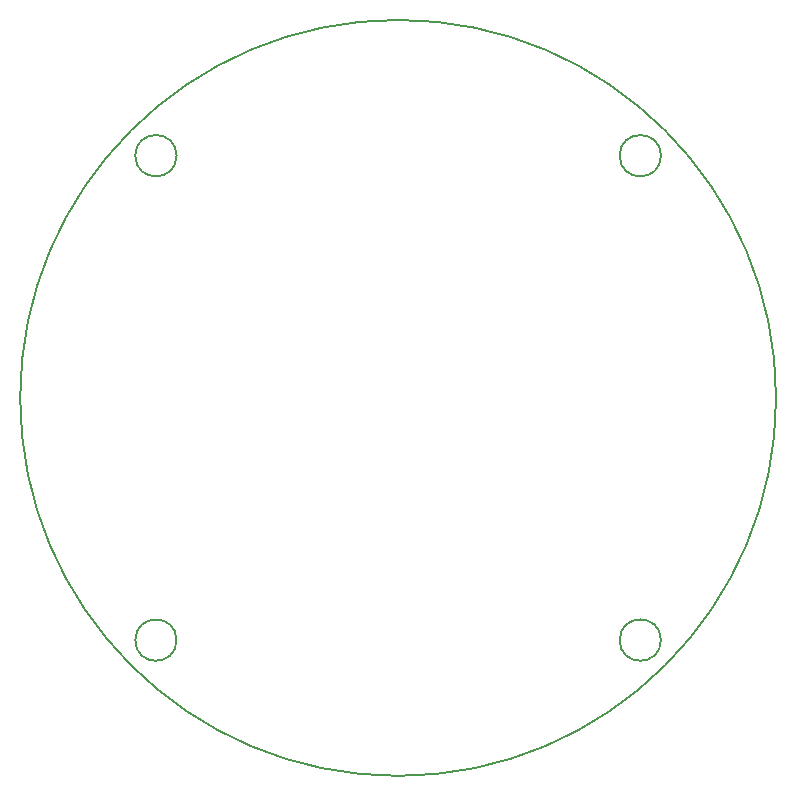
<source format=gbr>
%TF.GenerationSoftware,KiCad,Pcbnew,(6.0.5)*%
%TF.CreationDate,2022-10-17T22:48:42+09:00*%
%TF.ProjectId,line __,6c696e65-2071-4082-9e6b-696361645f70,rev?*%
%TF.SameCoordinates,Original*%
%TF.FileFunction,Profile,NP*%
%FSLAX46Y46*%
G04 Gerber Fmt 4.6, Leading zero omitted, Abs format (unit mm)*
G04 Created by KiCad (PCBNEW (6.0.5)) date 2022-10-17 22:48:42*
%MOMM*%
%LPD*%
G01*
G04 APERTURE LIST*
%TA.AperFunction,Profile*%
%ADD10C,0.200000*%
%TD*%
G04 APERTURE END LIST*
D10*
X168306097Y-122106097D02*
G75*
G03*
X168306097Y-122106097I-1750000J0D01*
G01*
X168306097Y-81093903D02*
G75*
G03*
X168306097Y-81093903I-1750000J0D01*
G01*
X178050000Y-101600000D02*
G75*
G03*
X178050000Y-101600000I-32000000J0D01*
G01*
X127293903Y-122106097D02*
G75*
G03*
X127293903Y-122106097I-1750000J0D01*
G01*
X127293903Y-81093903D02*
G75*
G03*
X127293903Y-81093903I-1750000J0D01*
G01*
M02*

</source>
